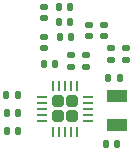
<source format=gbr>
%TF.GenerationSoftware,KiCad,Pcbnew,7.0.5*%
%TF.CreationDate,2024-06-04T21:33:16-04:00*%
%TF.ProjectId,Prueba kicad,50727565-6261-4206-9b69-6361642e6b69,rev?*%
%TF.SameCoordinates,Original*%
%TF.FileFunction,Paste,Top*%
%TF.FilePolarity,Positive*%
%FSLAX46Y46*%
G04 Gerber Fmt 4.6, Leading zero omitted, Abs format (unit mm)*
G04 Created by KiCad (PCBNEW 7.0.5) date 2024-06-04 21:33:16*
%MOMM*%
%LPD*%
G01*
G04 APERTURE LIST*
G04 Aperture macros list*
%AMRoundRect*
0 Rectangle with rounded corners*
0 $1 Rounding radius*
0 $2 $3 $4 $5 $6 $7 $8 $9 X,Y pos of 4 corners*
0 Add a 4 corners polygon primitive as box body*
4,1,4,$2,$3,$4,$5,$6,$7,$8,$9,$2,$3,0*
0 Add four circle primitives for the rounded corners*
1,1,$1+$1,$2,$3*
1,1,$1+$1,$4,$5*
1,1,$1+$1,$6,$7*
1,1,$1+$1,$8,$9*
0 Add four rect primitives between the rounded corners*
20,1,$1+$1,$2,$3,$4,$5,0*
20,1,$1+$1,$4,$5,$6,$7,0*
20,1,$1+$1,$6,$7,$8,$9,0*
20,1,$1+$1,$8,$9,$2,$3,0*%
G04 Aperture macros list end*
%ADD10RoundRect,0.135000X-0.135000X-0.185000X0.135000X-0.185000X0.135000X0.185000X-0.135000X0.185000X0*%
%ADD11RoundRect,0.140000X-0.140000X-0.170000X0.140000X-0.170000X0.140000X0.170000X-0.140000X0.170000X0*%
%ADD12RoundRect,0.140000X0.170000X-0.140000X0.170000X0.140000X-0.170000X0.140000X-0.170000X-0.140000X0*%
%ADD13R,1.800000X1.000000*%
%ADD14RoundRect,0.147500X0.172500X-0.147500X0.172500X0.147500X-0.172500X0.147500X-0.172500X-0.147500X0*%
%ADD15RoundRect,0.140000X-0.170000X0.140000X-0.170000X-0.140000X0.170000X-0.140000X0.170000X0.140000X0*%
%ADD16RoundRect,0.147500X0.147500X0.172500X-0.147500X0.172500X-0.147500X-0.172500X0.147500X-0.172500X0*%
%ADD17RoundRect,0.062500X0.350000X-0.062500X0.350000X0.062500X-0.350000X0.062500X-0.350000X-0.062500X0*%
%ADD18RoundRect,0.062500X0.062500X-0.350000X0.062500X0.350000X-0.062500X0.350000X-0.062500X-0.350000X0*%
%ADD19RoundRect,0.250000X0.255000X-0.255000X0.255000X0.255000X-0.255000X0.255000X-0.255000X-0.255000X0*%
%ADD20RoundRect,0.140000X0.140000X0.170000X-0.140000X0.170000X-0.140000X-0.170000X0.140000X-0.170000X0*%
%ADD21RoundRect,0.135000X0.135000X0.185000X-0.135000X0.185000X-0.135000X-0.185000X0.135000X-0.185000X0*%
G04 APERTURE END LIST*
D10*
%TO.C,R2*%
X124970000Y-100878000D03*
X123950000Y-100878000D03*
%TD*%
D11*
%TO.C,C11*%
X120731000Y-96149000D03*
X119771000Y-96149000D03*
%TD*%
D12*
%TO.C,C5*%
X124206000Y-98394000D03*
X124206000Y-99354000D03*
%TD*%
%TO.C,C7*%
X122283000Y-96403000D03*
X122283000Y-97363000D03*
%TD*%
D13*
%TO.C,Y1*%
X124714000Y-104902000D03*
X124714000Y-102402000D03*
%TD*%
D11*
%TO.C,C10*%
X120787000Y-97419000D03*
X119827000Y-97419000D03*
%TD*%
D12*
%TO.C,C6*%
X125476000Y-98394000D03*
X125476000Y-99354000D03*
%TD*%
D14*
%TO.C,L1*%
X120787000Y-98989000D03*
X120787000Y-99959000D03*
%TD*%
D11*
%TO.C,C4*%
X124670000Y-106476000D03*
X123710000Y-106476000D03*
%TD*%
D14*
%TO.C,L4*%
X118501000Y-94879000D03*
X118501000Y-95849000D03*
%TD*%
D15*
%TO.C,C9*%
X118501000Y-98379000D03*
X118501000Y-97419000D03*
%TD*%
D11*
%TO.C,C2*%
X116332000Y-105410000D03*
X115372000Y-105410000D03*
%TD*%
D14*
%TO.C,L2*%
X122057000Y-98989000D03*
X122057000Y-99959000D03*
%TD*%
D11*
%TO.C,C12*%
X120731000Y-94879000D03*
X119771000Y-94879000D03*
%TD*%
D12*
%TO.C,C8*%
X123581000Y-96403000D03*
X123581000Y-97363000D03*
%TD*%
D16*
%TO.C,L3*%
X118501000Y-99705000D03*
X119471000Y-99705000D03*
%TD*%
D17*
%TO.C,U1*%
X118341500Y-104515000D03*
X118341500Y-104015000D03*
X118341500Y-103515000D03*
X118341500Y-103015000D03*
X118341500Y-102515000D03*
D18*
X119279000Y-101577500D03*
X119779000Y-101577500D03*
X120279000Y-101577500D03*
X120779000Y-101577500D03*
X121279000Y-101577500D03*
D17*
X122216500Y-102515000D03*
X122216500Y-103015000D03*
X122216500Y-103515000D03*
X122216500Y-104015000D03*
X122216500Y-104515000D03*
D18*
X121279000Y-105452500D03*
X120779000Y-105452500D03*
X120279000Y-105452500D03*
X119779000Y-105452500D03*
X119279000Y-105452500D03*
D19*
X120904000Y-102890000D03*
X119654000Y-102890000D03*
X120904000Y-104140000D03*
X119654000Y-104140000D03*
%TD*%
D20*
%TO.C,C3*%
X115372000Y-103886000D03*
X116332000Y-103886000D03*
%TD*%
D21*
%TO.C,R1*%
X115312000Y-102362000D03*
X116332000Y-102362000D03*
%TD*%
M02*

</source>
